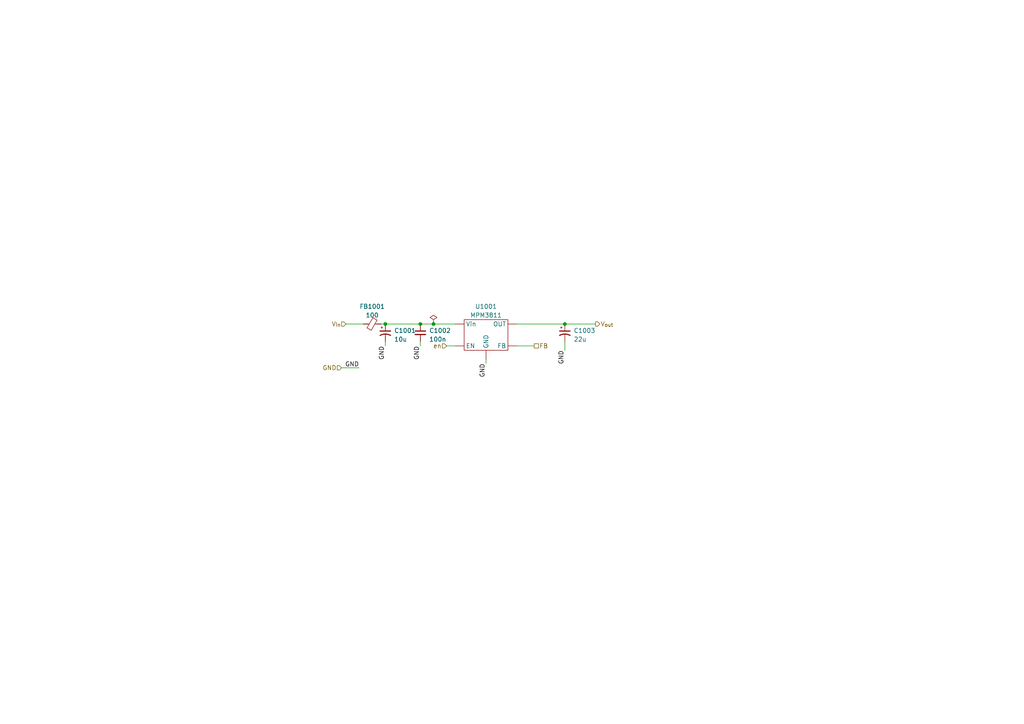
<source format=kicad_sch>
(kicad_sch (version 20210406) (generator eeschema)
  (paper "A4")
  (lib_symbols
    (symbol "power:PWR_FLAG" (power) (pin_numbers hide) (pin_names (offset 0) hide)
      (property "Value" "PWR_FLAG" (at 0 3.81 0))
      (symbol "PWR_FLAG_0_0"
        (pin power_out line (at 0 0 90) (length 0) (name "pwr") (number "1"))
      )
      (symbol "PWR_FLAG_0_1"
        (polyline (pts (xy 0 0) (xy 0 1.27) (xy -1.016 1.905) (xy 0 2.54) (xy 1.016 1.905) (xy 0 1.27)))
      )
    )
    (symbol "proj_sym:C" (pin_numbers hide) (pin_names (offset 0.254) hide)
      (property "Reference" "C" (at 0.254 1.778 0))
      (property "Value" "C" (at 0.254 -2.032 0))
      (symbol "C_0_1"
        (polyline (pts (xy -1.524 -0.508) (xy 1.524 -0.508)) (stroke (width 0.3302)))
        (polyline (pts (xy -1.524 0.508) (xy 1.524 0.508)) (stroke (width 0.3048)))
      )
      (symbol "C_1_1"
        (pin passive line (at 0 2.54 270) (length 2.032) (name "~") (number "1"))
        (pin passive line (at 0 -2.54 90) (length 2.032) (name "~") (number "2"))
      )
    )
    (symbol "proj_sym:C_Polarized" (pin_numbers hide) (pin_names (offset 0.254) hide)
      (property "Reference" "C" (at 0.254 1.778 0))
      (property "Value" "C_Polarized" (at 0.254 -2.032 0))
      (symbol "C_Polarized_0_1"
        (arc (start -1.524 -0.762) (end 1.524 -0.762) (radius (at 0 -3.556) (length 3.175) (angles 118.6 61.4)) (stroke (width 0.3048)))
        (polyline (pts (xy -1.524 0.508) (xy 1.524 0.508)) (stroke (width 0.3048)))
        (polyline (pts (xy -1.27 1.524) (xy -0.762 1.524)))
        (polyline (pts (xy -1.016 1.27) (xy -1.016 1.778)))
      )
      (symbol "C_Polarized_1_1"
        (pin passive line (at 0 2.54 270) (length 2.032) (name "~") (number "1"))
        (pin passive line (at 0 -2.54 90) (length 2.032) (name "~") (number "2"))
      )
    )
    (symbol "proj_sym:FerriteBead_Small" (pin_numbers hide) (pin_names (offset 0))
      (property "Reference" "FB" (at 1.905 1.27 0))
      (property "Value" "FerriteBead_Small" (at 1.905 -1.27 0))
      (symbol "FerriteBead_Small_0_1"
        (polyline (pts (xy 0 -1.27) (xy 0 -0.7874)))
        (polyline (pts (xy 0 0.889) (xy 0 1.2954)))
        (polyline (pts (xy -1.8288 0.2794) (xy -1.1176 1.4986) (xy 1.8288 -0.2032) (xy 1.1176 -1.4224) (xy -1.8288 0.2794)))
      )
      (symbol "FerriteBead_Small_1_1"
        (pin passive line (at 0 2.54 270) (length 1.27) (name "~") (number "1"))
        (pin passive line (at 0 -2.54 90) (length 1.27) (name "~") (number "2"))
      )
    )
    (symbol "proj_sym:MPM3811" (pin_numbers hide)
      (property "Reference" "U" (at 5.08 0 0))
      (property "Value" "MPM3811" (at 0 12.7 0))
      (symbol "MPM3811_0_1"
        (rectangle (start -6.35 2.54) (end 6.35 11.43) (stroke (width 0.1524)))
      )
      (symbol "MPM3811_1_1"
        (pin power_in line (at -8.89 10.16 0) (length 2.54) (name "Vin") (number "1"))
        (pin power_in line (at 0 0 90) (length 2.54) (name "GND") (number "10"))
        (pin passive line (at -8.89 3.81 0) (length 2.54) (name "EN") (number "5"))
        (pin power_out line (at 8.89 10.16 180) (length 2.54) (name "OUT") (number "6"))
        (pin passive line (at 8.89 3.81 180) (length 2.54) (name "FB") (number "9"))
      )
    )
  )
  (junction (at 111.76 93.98) (diameter 0.9144))
  (junction (at 121.92 93.98) (diameter 0.9144))
  (junction (at 125.73 93.98) (diameter 0.9144))
  (junction (at 163.83 93.98) (diameter 0.9144))
  (wire (pts (xy 99.06 106.68) (xy 104.14 106.68)))
  (wire (pts (xy 100.33 93.98) (xy 105.41 93.98)))
  (wire (pts (xy 110.49 93.98) (xy 111.76 93.98)))
  (wire (pts (xy 111.76 93.98) (xy 121.92 93.98)))
  (wire (pts (xy 111.76 99.06) (xy 111.76 100.33)))
  (wire (pts (xy 121.92 93.98) (xy 125.73 93.98)))
  (wire (pts (xy 121.92 99.06) (xy 121.92 100.33)))
  (wire (pts (xy 125.73 93.98) (xy 132.08 93.98)))
  (wire (pts (xy 129.54 100.33) (xy 132.08 100.33)))
  (wire (pts (xy 140.97 104.14) (xy 140.97 105.41)))
  (wire (pts (xy 149.86 93.98) (xy 163.83 93.98)))
  (wire (pts (xy 149.86 100.33) (xy 154.94 100.33)))
  (wire (pts (xy 163.83 93.98) (xy 172.72 93.98)))
  (wire (pts (xy 163.83 99.06) (xy 163.83 101.6)))
  (label "GND" (at 104.14 106.68 180))
  (label "GND" (at 111.76 100.33 270))
  (label "GND" (at 121.92 100.33 270))
  (label "GND" (at 140.97 105.41 270))
  (label "GND" (at 163.83 101.6 270))
  (hierarchical_label "GND" (shape input) (at 99.06 106.68 180))
  (hierarchical_label "V_{in}" (shape input) (at 100.33 93.98 180))
  (hierarchical_label "en" (shape input) (at 129.54 100.33 180))
  (hierarchical_label "FB" (shape passive) (at 154.94 100.33 0))
  (hierarchical_label "V_{out}" (shape output) (at 172.72 93.98 0))
  (symbol (lib_id "power:PWR_FLAG") (at 125.73 93.98 0)
    (property "Reference" "#FLG01001" (effects hide))
    (property "Value" "PWR_FLAG" (effects hide))
  )
  (symbol (lib_id "proj_sym:C_Polarized") (at 111.76 96.52 0)
    (property "Reference" "C1001" (at 114.3 95.8849 0) (effects (justify left)))
    (property "Value" "10u" (at 114.3 98.4249 0) (effects (justify left)))
  )
  (symbol (lib_id "proj_sym:C_Polarized") (at 163.83 96.52 0)
    (property "Reference" "C1003" (at 166.37 95.8849 0) (effects (justify left)))
    (property "Value" "22u" (at 166.37 98.4249 0) (effects (justify left)))
  )
  (symbol (lib_id "proj_sym:C") (at 121.92 96.52 0)
    (property "Reference" "C1002" (at 124.46 95.8849 0) (effects (justify left)))
    (property "Value" "100n" (at 124.46 98.4249 0) (effects (justify left)))
  )
  (symbol (lib_id "proj_sym:FerriteBead_Small") (at 107.95 93.98 90)
    (property "Reference" "FB1001" (at 107.95 88.9 90))
    (property "Value" "100" (at 107.95 91.44 90))
  )
  (symbol (lib_id "proj_sym:MPM3811") (at 140.97 104.14 0)
    (property "Reference" "U1001" (at 140.97 88.9 0))
    (property "Value" "MPM3811" (at 140.97 91.44 0))
    (property "Datasheet" "${KIPRJMOD}/mpm3811/MPM3811GG-1480054.pdf" (effects hide))
  )
)
</source>
